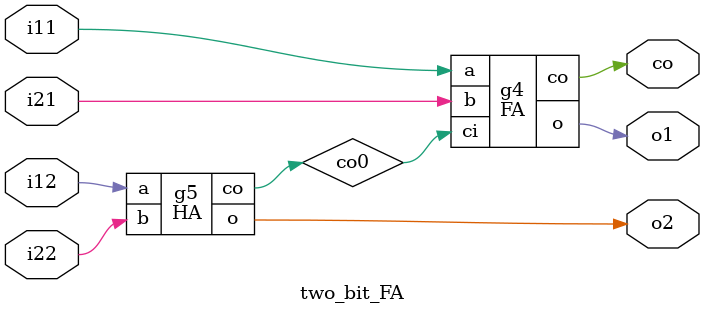
<source format=v>

module ALU_PLUS_MINUS(i22, i21, i12, o6, s, o12, i11, co);
//: interface  /sz:(40, 40) /bd:[ ]
input i11;    //: /sn:0 /dp:1 {0}(322,143)(42,143)(42,248)(-29,248){1}
input i21;    //: /sn:0 /dp:1 {0}(324,317)(68,317)(68,301)(-30,301){1}
output o12;    //: /sn:0 {0}(1715,308)(1572,308)(1572,320)(1556,320){1}
input i12;    //: /sn:0 /dp:1 {0}(318,233)(81,233)(81,273)(-31,273){1}
output co;    //: /sn:0 {0}(1715,327)(1619,327)(1619,495)(1381,495){1}
input i22;    //: /sn:0 /dp:1 {0}(331,428)(39,428)(39,334)(-33,334){1}
input s;    //: /sn:0 /dp:13 {0}(1513,385)(1513,616)(1411,616){1}
//: {2}(1409,614)(1409,607)(1418,607)(1418,182){3}
//: {4}(1407,616)(1295,616){5}
//: {6}(1293,614)(1293,588)(1335,588)(1335,560){7}
//: {8}(1291,616)(382,616)(382,573)(226,573){9}
//: {10}(224,571)(224,423){11}
//: {12}(226,421)(248,421)(248,450)(331,450){13}
//: {14}(224,419)(224,349)(232,349){15}
//: {16}(236,349)(276,349){17}
//: {18}(280,349)(295,349)(295,339)(324,339){19}
//: {20}(278,347)(278,165)(322,165){21}
//: {22}(234,347)(234,255)(318,255){23}
//: {24}(222,573)(-6,573)(-6,353)(-33,353){25}
output o6;    //: /sn:0 {0}(1713,287)(1579,287)(1579,117)(1464,117){1}
wire w6;    //: /sn:0 {0}(429,317)(549,317)(549,276)(712,276){1}
wire o8;    //: /sn:0 {0}(423,261)(599,261)(599,490)(692,490){1}
wire o11;    //: /sn:0 {0}(436,456)(573,456)(573,554)(692,554){1}
wire co0;    //: /sn:0 {0}(1300,476)(1206,476)(1206,274)(901,274){1}
wire w3;    //: /sn:0 {0}(423,233)(653,233)(653,195)(712,195){1}
wire o1;    //: /sn:0 {0}(884,471)(1001,471)(1001,146)(1383,146){1}
wire o9;    //: /sn:0 {0}(884,492)(1149,492)(1149,349)(1475,349){1}
wire o7;    //: /sn:0 {0}(427,171)(633,171)(633,469)(692,469){1}
wire o3;    //: /sn:0 {0}(901,234)(1447,234)(1447,301)(1475,301){1}
wire w2;    //: /sn:0 {0}(427,143)(656,143)(656,180)(712,180){1}
wire o10;    //: /sn:0 {0}(429,345)(584,345)(584,536)(692,536){1}
wire i4;    //: /sn:0 {0}(1300,524)(973,524)(973,545)(884,545){1}
wire o2;    //: /sn:0 {0}(901,210)(1239,210)(1239,98)(1383,98){1}
wire w9;    //: /sn:0 {0}(436,428)(673,428)(673,294)(712,294){1}
//: enddecls

  //: input g4 (i22) @(-35,334) /sn:0 /w:[ 1 ]
  DEMUX g8 (.s(s), .i1(i12), .o2(o8), .o1(w3));   //: @(319, 210) /sz:(103, 75) /sn:0 /p:[ Li0>23 Li1>0 Ro0<0 Ro1<0 ]
  two_bit_FA g3 (.i22(w9), .i21(w6), .i12(w3), .i11(w2), .co(co0), .o2(o3), .o1(o2));   //: @(713, 147) /sz:(187, 190) /sn:0 /p:[ Li0>1 Li1>1 Li2>1 Li3>1 Ro0<1 Ro1<0 Ro2<0 ]
  DEMUX g13 (.s(s), .i1(i22), .o2(o11), .o1(w9));   //: @(332, 405) /sz:(103, 75) /sn:0 /p:[ Li0>13 Li1>0 Ro0<0 Ro1<0 ]
  //: input g2 (i21) @(-32,301) /sn:0 /w:[ 1 ]
  //: input g1 (i12) @(-33,273) /sn:0 /w:[ 1 ]
  //: joint g11 (s) @(224, 421) /w:[ 12 14 -1 11 ]
  //: joint g16 (s) @(1293, 616) /w:[ 5 6 8 -1 ]
  //: joint g10 (s) @(224, 573) /w:[ 9 10 24 -1 ]
  MUX g19 (.i2(co0), .i1(i4), .s(s), .o(co));   //: @(1301, 439) /sz:(79, 121) /sn:0 /p:[ Li0>0 Li1>0 Bi0>7 Ro0<1 ]
  DEMUX g6 (.s(s), .i1(i11), .o2(o7), .o1(w2));   //: @(323, 120) /sz:(103, 75) /sn:0 /p:[ Li0>21 Li1>0 Ro0<0 Ro1<0 ]
  //: joint g7 (s) @(234, 349) /w:[ 16 22 15 -1 ]
  //: joint g9 (s) @(278, 349) /w:[ 18 20 17 -1 ]
  MUX g15 (.i2(o2), .i1(o1), .s(s), .o(o6));   //: @(1384, 61) /sz:(79, 121) /sn:0 /p:[ Li0>1 Li1>1 Bi0>3 Ro0<1 ]
  //: output g20 (o6) @(1710,287) /sn:0 /w:[ 0 ]
  MUX g17 (.i2(o3), .i1(o9), .s(s), .o(o12));   //: @(1476, 264) /sz:(79, 121) /sn:0 /p:[ Li0>1 Li1>1 Bi0>0 Ro0<1 ]
  //: input g5 (s) @(-35,353) /sn:0 /w:[ 25 ]
  two_bit_sustractor g14 (.i22(o11), .i21(o10), .i12(o8), .i11(o7), .co(i4), .o2(o9), .o1(o1));   //: @(693, 422) /sz:(190, 162) /sn:0 /p:[ Li0>1 Li1>1 Li2>1 Li3>1 Ro0<1 Ro1<0 Ro2<0 ]
  //: output g21 (o12) @(1712,308) /sn:0 /w:[ 0 ]
  //: input g0 (i11) @(-31,248) /sn:0 /w:[ 1 ]
  //: output g22 (co) @(1712,327) /sn:0 /w:[ 0 ]
  DEMUX g12 (.s(s), .i1(i21), .o2(o10), .o1(w6));   //: @(325, 294) /sz:(103, 75) /sn:0 /p:[ Li0>19 Li1>0 Ro0<0 Ro1<0 ]
  //: joint g18 (s) @(1409, 616) /w:[ 1 2 4 -1 ]

endmodule

module MUX(i2, i1, o, s);
//: interface  /sz:(40, 40) /bd:[ ]
input i2;    //: /sn:0 /dp:1 {0}(365,309)(355,309)(355,294)(417,294)(417,203){1}
input i1;    //: /sn:0 {0}(332,207)(332,363)(365,363){1}
output o;    //: /sn:0 /dp:1 {0}(469,319)(552,319){1}
input s;    //: /sn:0 /dp:1 {0}(365,314)(177,314)(177,259){1}
//: {2}(179,257)(224,257)(224,334)(245,334){3}
//: {4}(175,257)(163,257){5}
wire w3;    //: /sn:0 /dp:1 {0}(448,321)(396,321)(396,366)(386,366){1}
wire w0;    //: /sn:0 /dp:1 {0}(448,316)(396,316)(396,312)(386,312){1}
wire w1;    //: /sn:0 /dp:1 {0}(365,368)(288,368)(288,334)(261,334){1}
//: enddecls

  or g8 (.I0(w0), .I1(w3), .Z(o));   //: @(459,319) /sn:0 /w:[ 0 0 0 ]
  not g4 (.I(s), .Z(w1));   //: @(251,334) /sn:0 /w:[ 3 1 ]
  and g3 (.I0(i2), .I1(s), .Z(w0));   //: @(376,312) /sn:0 /w:[ 0 0 1 ]
  //: input g2 (i2) @(417,201) /sn:0 /R:3 /w:[ 1 ]
  //: input g1 (i1) @(332,205) /sn:0 /R:3 /w:[ 0 ]
  and g6 (.I0(i1), .I1(w1), .Z(w3));   //: @(376,366) /sn:0 /w:[ 1 0 1 ]
  //: output g9 (o) @(549,319) /sn:0 /w:[ 1 ]
  //: joint g5 (s) @(177, 257) /w:[ 2 -1 4 1 ]
  //: input g0 (s) @(161,257) /sn:0 /w:[ 5 ]

endmodule

module HA(b, a, o, co);
//: interface  /sz:(40, 40) /bd:[ ]
input b;    //: /sn:0 {0}(433,306)(446,306){1}
//: {2}(450,306)(482,306)(482,284)(490,284){3}
//: {4}(448,308)(448,331)(503,331){5}
output co;    //: /sn:0 /dp:1 {0}(511,282)(596,282)(596,306)(606,306){1}
output o;    //: /sn:0 {0}(607,319)(579,319)(579,329)(524,329){1}
input a;    //: /sn:0 {0}(430,265)(466,265){1}
//: {2}(470,265)(482,265)(482,279)(490,279){3}
//: {4}(468,267)(468,326)(503,326){5}
//: enddecls

  //: joint g4 (a) @(468, 265) /w:[ 2 -1 1 4 ]
  //: input g3 (b) @(431,306) /sn:0 /w:[ 0 ]
  //: input g2 (a) @(428,265) /sn:0 /w:[ 0 ]
  xor g1 (.I0(a), .I1(b), .Z(o));   //: @(514,329) /sn:0 /w:[ 5 5 1 ]
  //: output g6 (o) @(604,319) /sn:0 /w:[ 0 ]
  //: output g7 (co) @(603,306) /sn:0 /w:[ 1 ]
  //: joint g5 (b) @(448, 306) /w:[ 2 -1 1 4 ]
  and g0 (.I0(a), .I1(b), .Z(co));   //: @(501,282) /sn:0 /w:[ 3 3 0 ]

endmodule

module two_bit_sustractor(i21, o1, i12, co, o2, i22, i11);
//: interface  /sz:(40, 40) /bd:[ ]
input i11;    //: /sn:0 {0}(76,195)(476,195)(476,202)(603,202){1}
input i21;    //: /sn:0 /dp:1 {0}(371,294)(260,294)(260,295)(78,295){1}
output o1;    //: /sn:0 {0}(982,232)(792,232){1}
input i12;    //: /sn:0 {0}(79,255)(80,255)(80,256)(127,256){1}
//: {2}(129,254)(129,217)(603,217){3}
//: {4}(129,258)(129,261){5}
output co;    //: /sn:0 {0}(986,274)(976,274)(976,314)(792,314){1}
input i22;    //: /sn:0 {0}(78,334)(261,334){1}
//: {2}(265,334)(595,334)(595,316)(603,316){3}
//: {4}(263,332)(263,299)(371,299){5}
output o2;    //: /sn:0 {0}(792,256)(974,256)(974,251)(984,251){1}
wire w3;    //: /sn:0 {0}(392,297)(533,297)(533,298)(603,298){1}
//: enddecls

  //: input g4 (i21) @(76,295) /sn:0 /w:[ 1 ]
  //: output g8 (o1) @(979,232) /sn:0 /w:[ 0 ]
  two_bit_FA g3 (.i22(i22), .i21(w3), .i12(i12), .i11(i11), .co(co), .o2(o2), .o1(o1));   //: @(604, 169) /sz:(187, 190) /sn:0 /p:[ Li0>3 Li1>1 Li2>3 Li3>1 Ro0<1 Ro1<0 Ro2<1 ]
  //: joint g2 (i12) @(129, 256) /w:[ -1 2 1 4 ]
  //: input g1 (i12) @(77,255) /sn:0 /w:[ 0 ]
  //: output g10 (co) @(983,274) /sn:0 /w:[ 0 ]
  xor g6 (.I0(i21), .I1(i22), .Z(w3));   //: @(382,297) /sn:0 /w:[ 0 5 0 ]
  //: joint g7 (i22) @(263, 334) /w:[ 2 4 1 -1 ]
  //: output g9 (o2) @(981,251) /sn:0 /w:[ 1 ]
  //: input g5 (i22) @(76,334) /sn:0 /w:[ 0 ]
  //: input g0 (i11) @(74,195) /sn:0 /w:[ 0 ]

endmodule

module DEMUX(o2, o1, s, i1);
//: interface  /sz:(40, 40) /bd:[ ]
output o1;    //: /sn:0 {0}(699,286)(688,286)(688,252)(530,252){1}
input i1;    //: /sn:0 {0}(168,284)(285,284){1}
//: {2}(289,284)(299,284)(299,298)(307,298){3}
//: {4}(287,282)(287,249)(509,249){5}
input s;    //: /sn:0 {0}(164,336)(286,336){1}
//: {2}(290,336)(299,336)(299,303)(307,303){3}
//: {4}(288,338)(288,363)(343,363){5}
output o2;    //: /sn:0 /dp:1 {0}(328,301)(555,301)(555,309)(700,309){1}
wire w1;    //: /sn:0 {0}(359,363)(433,363)(433,254)(509,254){1}
//: enddecls

  and g4 (.I0(i1), .I1(s), .Z(o2));   //: @(318,301) /sn:0 /w:[ 3 3 0 ]
  and g8 (.I0(i1), .I1(w1), .Z(o1));   //: @(520,252) /sn:0 /w:[ 5 1 1 ]
  //: output g3 (o2) @(697,309) /sn:0 /w:[ 1 ]
  //: output g2 (o1) @(696,286) /sn:0 /w:[ 0 ]
  //: input g1 (s) @(162,336) /sn:0 /w:[ 0 ]
  not g6 (.I(s), .Z(w1));   //: @(349,363) /sn:0 /w:[ 5 0 ]
  //: joint g7 (s) @(288, 336) /w:[ 2 -1 1 4 ]
  //: joint g9 (i1) @(287, 284) /w:[ 2 4 1 -1 ]
  //: input g0 (i1) @(166,284) /sn:0 /w:[ 0 ]

endmodule

module D2_bit_FA(i22, co, i21, i12, i11, o1, o2);
//: interface  /sz:(40, 40) /bd:[ ]
input i11;    //: /sn:0 {0}(635,152)(73,152)(73,221)(61,221){1}
input i21;    //: /sn:0 /dp:1 {0}(635,170)(358,170)(358,197)(108,197)(108,304)(67,304){1}
output o1;    //: /sn:0 {0}(922,340)(905,340)(905,385)(528,385){1}
input i12;    //: /sn:0 {0}(65,245)(325,245)(325,394)(386,394){1}
output co;    //: /sn:0 {0}(707,177)(912,177)(912,305)(922,305){1}
input i22;    //: /sn:0 {0}(67,335)(296,335)(296,442)(386,442){1}
output o2;    //: /sn:0 {0}(707,153)(851,153)(851,322)(922,322){1}
wire co0;    //: /sn:0 {0}(528,446)(625,446)(625,197)(635,197){1}
//: enddecls

  //: input g4 (i22) @(65,335) /sn:0 /w:[ 0 ]
  //: output g8 (co) @(919,305) /sn:0 /w:[ 1 ]
  //: input g3 (i21) @(65,304) /sn:0 /w:[ 1 ]
  //: input g2 (i12) @(63,245) /sn:0 /w:[ 0 ]
  //: input g1 (i11) @(59,221) /sn:0 /w:[ 1 ]
  HA g6 (.b(i22), .a(i12), .co(co0), .o(o1));   //: @(387, 346) /sz:(140, 123) /sn:0 /p:[ Li0>1 Li1>1 Ro0<0 Ro1<1 ]
  //: output g7 (o1) @(919,340) /sn:0 /w:[ 0 ]
  FA g5 (.ci(co0), .b(i21), .a(i11), .co(co), .o(o2));   //: @(636, 131) /sz:(70, 92) /sn:0 /p:[ Li0>1 Li1>0 Li2>0 Ro0<0 Ro1<0 ]
  //: output g0 (o2) @(919,322) /sn:0 /w:[ 1 ]

endmodule

module main;    //: root_module
wire w6;    //: /sn:0 {0}(314,308)(446,308)(446,297)(456,297){1}
wire w7;    //: /sn:0 {0}(318,344)(446,344)(446,319)(456,319){1}
wire w4;    //: /sn:0 {0}(318,234)(437,234)(437,225)(456,225){1}
wire w3;    //: /sn:0 {0}(319,197)(408,197)(408,199)(456,199){1}
wire o12;    //: /sn:0 {0}(636,249)(626,249){1}
wire co2;    //: /sn:0 {0}(636,276)(626,276){1}
wire w5;    //: /sn:0 {0}(318,269)(446,269)(446,261)(456,261){1}
wire o6;    //: /sn:0 {0}(636,207)(626,207){1}
//: enddecls

  ALU_PLUS_MINUS g4 (.s(w7), .i22(w6), .i21(w5), .i12(w4), .i11(w3), .co(co2), .o12(o12), .o6(o6));   //: @(457, 151) /sz:(168, 192) /sn:0 /p:[ Li0>1 Li1>1 Li2>1 Li3>1 Li4>1 Ro0<1 Ro1<1 Ro2<1 ]
  //: switch g8 (w4) @(301,234) /sn:0 /w:[ 0 ] /st:0
  //: switch g2 (w3) @(302,197) /sn:0 /w:[ 0 ] /st:1
  //: switch g11 (w7) @(301,344) /sn:0 /w:[ 0 ] /st:1
  //: switch g10 (w6) @(297,308) /sn:0 /w:[ 0 ] /st:1
  //: switch g9 (w5) @(301,269) /sn:0 /w:[ 0 ] /st:0

endmodule

module FA(ci, b, a, co, o);
//: interface  /sz:(40, 40) /bd:[ ]
input b;    //: /sn:0 {0}(-183,214)(95,214)(95,240)(103,240){1}
output co;    //: /sn:0 /dp:1 {0}(493,256)(756,256)(756,210)(766,210){1}
output o;    //: /sn:0 /dp:1 {0}(647,124)(755,124)(755,196)(765,196){1}
input ci;    //: /sn:0 {0}(-181,270)(341,270)(341,251)(351,251){1}
input a;    //: /sn:0 {0}(-178,133)(93,133)(93,192)(103,192){1}
wire co0;    //: /sn:0 {0}(245,244)(341,244)(341,195)(351,195){1}
wire w0;    //: /sn:0 {0}(493,184)(589,184)(589,126)(626,126){1}
wire o0;    //: /sn:0 {0}(245,183)(333,183)(333,121)(626,121){1}
//: enddecls

  //: input g4 (ci) @(-183,270) /sn:0 /w:[ 0 ]
  HA g3 (.b(ci), .a(co0), .co(co), .o(w0));   //: @(352, 139) /sz:(140, 144) /sn:0 /p:[ Li0>1 Li1>1 Ro0<0 Ro1<0 ]
  //: input g2 (b) @(-185,214) /sn:0 /w:[ 0 ]
  //: input g1 (a) @(-180,133) /sn:0 /w:[ 0 ]
  //: output g6 (co) @(763,210) /sn:0 /w:[ 1 ]
  //: output g7 (o) @(762,196) /sn:0 /w:[ 1 ]
  or g5 (.I0(o0), .I1(w0), .Z(o));   //: @(637,124) /sn:0 /w:[ 1 1 0 ]
  HA g0 (.b(b), .a(a), .co(co0), .o(o0));   //: @(104, 144) /sz:(140, 123) /sn:0 /p:[ Li0>1 Li1>1 Ro0<0 Ro1<0 ]

endmodule

module two_bit_FA(co, i22, i21, i12, o1, o2, i11);
//: interface  /sz:(40, 40) /bd:[ ]
input i11;    //: /sn:0 {0}(165,159)(550,159)(550,198)(560,198){1}
output o1;    //: /sn:0 {0}(856,214)(722,214)(722,200)(692,200){1}
input i21;    //: /sn:0 {0}(165,264)(460,264)(460,225)(560,225){1}
input i12;    //: /sn:0 {0}(165,184)(290,184)(290,328)(300,328){1}
output co;    //: /sn:0 {0}(858,237)(703,237)(703,235)(692,235){1}
input i22;    //: /sn:0 /dp:1 {0}(300,353)(174,353)(174,296)(166,296){1}
output o2;    //: /sn:0 {0}(405,327)(848,327)(848,259)(858,259){1}
wire co0;    //: /sn:0 {0}(405,349)(506,349)(506,246)(560,246){1}
//: enddecls

  //: output g8 (co) @(855,237) /sn:0 /w:[ 0 ]
  FA g4 (.ci(co0), .b(i21), .a(i11), .co(co), .o(o1));   //: @(561, 168) /sz:(130, 97) /sn:0 /p:[ Li0>1 Li1>1 Li2>1 Ro0<1 Ro1<1 ]
  //: input g3 (i22) @(164,296) /sn:0 /w:[ 1 ]
  //: input g2 (i21) @(163,264) /sn:0 /w:[ 0 ]
  //: input g1 (i12) @(163,184) /sn:0 /w:[ 0 ]
  //: output g6 (o1) @(853,214) /sn:0 /w:[ 0 ]
  //: output g7 (o2) @(855,259) /sn:0 /w:[ 1 ]
  HA g5 (.b(i22), .a(i12), .co(co0), .o(o2));   //: @(301, 299) /sz:(103, 90) /sn:0 /p:[ Li0>0 Li1>1 Ro0<0 Ro1<0 ]
  //: input g0 (i11) @(163,159) /sn:0 /w:[ 0 ]

endmodule

</source>
